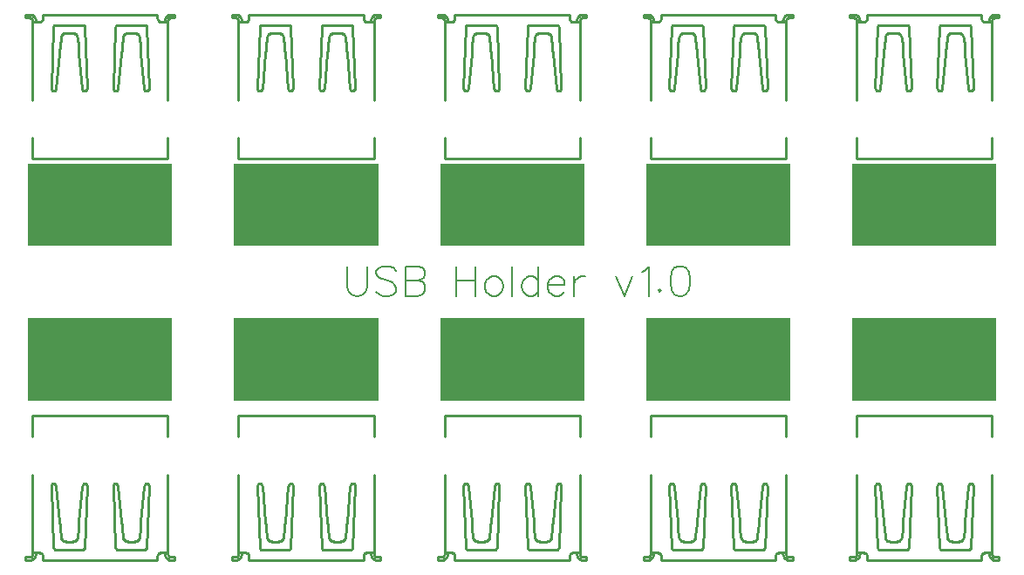
<source format=gto>
G04 Layer: TopSilkscreenLayer*
G04 EasyEDA v6.5.1, 2022-07-02 21:29:07*
G04 a67cddfb3fce44daa9051d46cbbcc19f,10*
G04 Gerber Generator version 0.2*
G04 Scale: 100 percent, Rotated: No, Reflected: No *
G04 Dimensions in millimeters *
G04 leading zeros omitted , absolute positions ,4 integer and 5 decimal *
%FSLAX45Y45*%
%MOMM*%

%ADD10C,0.2540*%
%ADD15C,0.2032*%

%LPD*%
D15*
X3399995Y2202764D02*
G01*
X3399995Y1998294D01*
X3413711Y1957400D01*
X3440889Y1929968D01*
X3481783Y1916252D01*
X3509215Y1916252D01*
X3550109Y1929968D01*
X3577287Y1957400D01*
X3591003Y1998294D01*
X3591003Y2202764D01*
X3871927Y2161870D02*
G01*
X3844495Y2189048D01*
X3803601Y2202764D01*
X3748991Y2202764D01*
X3708097Y2189048D01*
X3680919Y2161870D01*
X3680919Y2134438D01*
X3694635Y2107260D01*
X3708097Y2093544D01*
X3735529Y2080082D01*
X3817317Y2052650D01*
X3844495Y2039188D01*
X3858211Y2025472D01*
X3871927Y1998294D01*
X3871927Y1957400D01*
X3844495Y1929968D01*
X3803601Y1916252D01*
X3748991Y1916252D01*
X3708097Y1929968D01*
X3680919Y1957400D01*
X3961843Y2202764D02*
G01*
X3961843Y1916252D01*
X3961843Y2202764D02*
G01*
X4084525Y2202764D01*
X4125419Y2189048D01*
X4139135Y2175332D01*
X4152851Y2148154D01*
X4152851Y2120976D01*
X4139135Y2093544D01*
X4125419Y2080082D01*
X4084525Y2066366D01*
X3961843Y2066366D02*
G01*
X4084525Y2066366D01*
X4125419Y2052650D01*
X4139135Y2039188D01*
X4152851Y2011756D01*
X4152851Y1970862D01*
X4139135Y1943684D01*
X4125419Y1929968D01*
X4084525Y1916252D01*
X3961843Y1916252D01*
X4452825Y2202764D02*
G01*
X4452825Y1916252D01*
X4643579Y2202764D02*
G01*
X4643579Y1916252D01*
X4452825Y2066366D02*
G01*
X4643579Y2066366D01*
X4801821Y2107260D02*
G01*
X4774643Y2093544D01*
X4747211Y2066366D01*
X4733749Y2025472D01*
X4733749Y1998294D01*
X4747211Y1957400D01*
X4774643Y1929968D01*
X4801821Y1916252D01*
X4842715Y1916252D01*
X4869893Y1929968D01*
X4897325Y1957400D01*
X4910787Y1998294D01*
X4910787Y2025472D01*
X4897325Y2066366D01*
X4869893Y2093544D01*
X4842715Y2107260D01*
X4801821Y2107260D01*
X5000957Y2202764D02*
G01*
X5000957Y1916252D01*
X5254449Y2202764D02*
G01*
X5254449Y1916252D01*
X5254449Y2066366D02*
G01*
X5227271Y2093544D01*
X5200093Y2107260D01*
X5159199Y2107260D01*
X5131767Y2093544D01*
X5104589Y2066366D01*
X5090873Y2025472D01*
X5090873Y1998294D01*
X5104589Y1957400D01*
X5131767Y1929968D01*
X5159199Y1916252D01*
X5200093Y1916252D01*
X5227271Y1929968D01*
X5254449Y1957400D01*
X5344619Y2025472D02*
G01*
X5508195Y2025472D01*
X5508195Y2052650D01*
X5494479Y2080082D01*
X5481017Y2093544D01*
X5453585Y2107260D01*
X5412691Y2107260D01*
X5385513Y2093544D01*
X5358081Y2066366D01*
X5344619Y2025472D01*
X5344619Y1998294D01*
X5358081Y1957400D01*
X5385513Y1929968D01*
X5412691Y1916252D01*
X5453585Y1916252D01*
X5481017Y1929968D01*
X5508195Y1957400D01*
X5598111Y2107260D02*
G01*
X5598111Y1916252D01*
X5598111Y2025472D02*
G01*
X5611827Y2066366D01*
X5639005Y2093544D01*
X5666437Y2107260D01*
X5707331Y2107260D01*
X6007305Y2107260D02*
G01*
X6089093Y1916252D01*
X6170881Y2107260D02*
G01*
X6089093Y1916252D01*
X6260797Y2148154D02*
G01*
X6288229Y2161870D01*
X6329123Y2202764D01*
X6329123Y1916252D01*
X6432755Y1984578D02*
G01*
X6419039Y1970862D01*
X6432755Y1957400D01*
X6446471Y1970862D01*
X6432755Y1984578D01*
X6618175Y2202764D02*
G01*
X6577281Y2189048D01*
X6550103Y2148154D01*
X6536387Y2080082D01*
X6536387Y2039188D01*
X6550103Y1970862D01*
X6577281Y1929968D01*
X6618175Y1916252D01*
X6645353Y1916252D01*
X6686247Y1929968D01*
X6713679Y1970862D01*
X6727395Y2039188D01*
X6727395Y2080082D01*
X6713679Y2148154D01*
X6686247Y2189048D01*
X6645353Y2202764D01*
X6618175Y2202764D01*
G36*
X300024Y1700022D02*
G01*
X300024Y900023D01*
X1700022Y900023D01*
X1700022Y1700022D01*
G37*
G36*
X2300020Y1700022D02*
G01*
X2300020Y900023D01*
X3700018Y900023D01*
X3700018Y1700022D01*
G37*
G36*
X4300016Y1700022D02*
G01*
X4300016Y900023D01*
X5700014Y900023D01*
X5700014Y1700022D01*
G37*
G36*
X6300012Y1700022D02*
G01*
X6300012Y900023D01*
X7700009Y900023D01*
X7700009Y1700022D01*
G37*
G36*
X8300008Y1700022D02*
G01*
X8300008Y900023D01*
X9700006Y900023D01*
X9700006Y1700022D01*
G37*
G36*
X300024Y3199993D02*
G01*
X300024Y2399995D01*
X1700022Y2399995D01*
X1700022Y3199993D01*
G37*
G36*
X2300020Y3199993D02*
G01*
X2300020Y2399995D01*
X3700018Y2399995D01*
X3700018Y3199993D01*
G37*
G36*
X4300016Y3199993D02*
G01*
X4300016Y2399995D01*
X5700014Y2399995D01*
X5700014Y3199993D01*
G37*
G36*
X6300012Y3199993D02*
G01*
X6300012Y2399995D01*
X7700009Y2399995D01*
X7700009Y3199993D01*
G37*
G36*
X8300008Y3199993D02*
G01*
X8300008Y2399995D01*
X9700006Y2399995D01*
X9700006Y3199993D01*
G37*
D10*
X1656999Y549589D02*
G01*
X1656999Y749490D01*
X608853Y-311660D02*
G01*
X610174Y-325495D01*
X568713Y-549866D02*
G01*
X830569Y-549866D01*
X1556288Y-650529D02*
G01*
X1000005Y-650529D01*
X787819Y-339285D02*
G01*
X788459Y-334698D01*
X610819Y-339285D02*
G01*
X610819Y-334698D01*
X1389189Y-339285D02*
G01*
X1389829Y-334698D01*
X1212189Y-339285D02*
G01*
X1212189Y-334698D01*
X793729Y-278117D02*
G01*
X790430Y-311660D01*
X1212189Y-334698D02*
G01*
X1211544Y-325495D01*
X1389829Y-334698D02*
G01*
X1390517Y-325495D01*
X1395100Y-278117D02*
G01*
X1391800Y-311660D01*
X1206919Y-278117D02*
G01*
X1210223Y-311660D01*
X788459Y-334698D02*
G01*
X789147Y-325495D01*
X610819Y-334698D02*
G01*
X610174Y-325495D01*
X1626707Y-590006D02*
G01*
X1627817Y-601644D01*
X1631048Y-612541D01*
X1636163Y-622457D01*
X1643611Y-631883D01*
X1651982Y-639132D01*
X1662445Y-645165D01*
X1674065Y-649053D01*
X1685612Y-650511D01*
X1656999Y-590006D02*
G01*
X1657334Y-595884D01*
X1658655Y-600895D01*
X1661322Y-606247D01*
X1665038Y-610897D01*
X1669247Y-614451D01*
X1674512Y-617428D01*
X1679882Y-619287D01*
X1686107Y-620224D01*
X1586572Y-580108D02*
G01*
X1579913Y-581058D01*
X1574419Y-582787D01*
X1569953Y-585076D01*
X1565427Y-588599D01*
X1562016Y-592617D01*
X1559163Y-597776D01*
X1557355Y-603227D01*
X1556324Y-609848D01*
X1431942Y-549866D02*
G01*
X1437894Y-549183D01*
X1443804Y-546567D01*
X1447741Y-541947D01*
X1451041Y-536668D01*
X1452366Y-530760D01*
X830569Y-549866D02*
G01*
X836523Y-549183D01*
X842434Y-546567D01*
X846376Y-541947D01*
X849675Y-536668D01*
X850315Y-530760D01*
X1149687Y-530760D02*
G01*
X1150426Y-534878D01*
X1151821Y-538716D01*
X1153830Y-542157D01*
X1156416Y-545104D01*
X1159268Y-547281D01*
X1162512Y-548855D01*
X1166141Y-549742D01*
X1169743Y-549897D01*
X619389Y-429458D02*
G01*
X620864Y-437476D01*
X624060Y-445381D01*
X628690Y-452346D01*
X634550Y-458304D01*
X642010Y-463539D01*
X650369Y-467446D01*
X659343Y-469915D01*
X668657Y-470870D01*
X619389Y-429458D02*
G01*
X610819Y-339285D01*
X793729Y-278117D02*
G01*
X825342Y68638D01*
X787819Y-339285D02*
G01*
X779937Y-429458D01*
X790430Y-311660D02*
G01*
X789147Y-325495D01*
X850315Y-530760D02*
G01*
X874684Y65338D01*
X729899Y-470888D02*
G01*
X739259Y-469933D01*
X748217Y-467514D01*
X756572Y-463707D01*
X763498Y-459018D01*
X769934Y-452737D01*
X774684Y-445896D01*
X777859Y-438802D01*
X779846Y-430202D01*
X729907Y-470875D02*
G01*
X669376Y-470875D01*
X1270749Y-470875D02*
G01*
X1331272Y-470875D01*
X1270741Y-470888D02*
G01*
X1262133Y-470156D01*
X1252410Y-467682D01*
X1243995Y-463892D01*
X1236449Y-458751D01*
X1230508Y-452879D01*
X1225758Y-445996D01*
X1222441Y-438165D01*
X1220828Y-430215D01*
X1149695Y-530760D02*
G01*
X1125362Y65338D01*
X1431942Y-549866D02*
G01*
X1170084Y-549866D01*
X1656999Y-580108D02*
G01*
X1586572Y-580108D01*
X1206919Y-278117D02*
G01*
X1175354Y68638D01*
X1212189Y-339285D02*
G01*
X1220759Y-429458D01*
X1210223Y-311660D02*
G01*
X1211544Y-325495D01*
X1722107Y-620242D02*
G01*
X1686598Y-620242D01*
X1686598Y-650529D02*
G01*
X1722107Y-650529D01*
X1381307Y-429458D02*
G01*
X1379664Y-437438D01*
X1376390Y-445282D01*
X1371752Y-452208D01*
X1365935Y-458132D01*
X1358549Y-463359D01*
X1350258Y-467278D01*
X1341323Y-469803D01*
X1331996Y-470857D01*
X1395100Y-278117D02*
G01*
X1426712Y68638D01*
X1389189Y-339285D02*
G01*
X1381307Y-429458D01*
X1391800Y-311660D02*
G01*
X1390517Y-325495D01*
X1476057Y65338D02*
G01*
X1452366Y-530760D01*
X1556288Y-650529D02*
G01*
X1556288Y-610389D01*
X1626715Y-580108D02*
G01*
X1626715Y-590006D01*
X1722107Y-650529D02*
G01*
X1722107Y-620242D01*
X1476062Y65338D02*
G01*
X1474604Y74957D01*
X1470121Y82989D01*
X1462846Y88712D01*
X1458252Y90497D01*
X1453403Y91323D01*
X1448485Y91198D01*
X1443654Y90119D01*
X1436082Y85945D01*
X1430149Y78808D01*
X1426880Y69601D01*
X1175354Y68638D02*
G01*
X1171968Y78671D01*
X1166086Y85778D01*
X1157861Y90230D01*
X1148788Y91340D01*
X1139908Y89159D01*
X1132337Y83733D01*
X1127419Y75887D01*
X1125405Y66319D01*
X874684Y65338D02*
G01*
X873122Y74945D01*
X868570Y82981D01*
X861265Y88686D01*
X852540Y91216D01*
X843493Y90467D01*
X835197Y86349D01*
X829137Y79484D01*
X825510Y69601D01*
X1656999Y-590006D02*
G01*
X1656999Y179994D01*
X605553Y-278117D02*
G01*
X608853Y-311660D01*
X548317Y-530760D02*
G01*
X549142Y-535188D01*
X550580Y-538995D01*
X552645Y-542406D01*
X555053Y-545104D01*
X557898Y-547281D01*
X561146Y-548855D01*
X564769Y-549742D01*
X568378Y-549897D01*
X605553Y-278117D02*
G01*
X573984Y68638D01*
X523991Y65338D02*
G01*
X548325Y-530760D01*
X343016Y-590006D02*
G01*
X343016Y179994D01*
X373301Y-590006D02*
G01*
X372186Y-601644D01*
X368960Y-612541D01*
X363844Y-622457D01*
X356405Y-631883D01*
X348025Y-639132D01*
X337565Y-645165D01*
X325937Y-649053D01*
X314403Y-650511D01*
X343016Y-590006D02*
G01*
X342742Y-595414D01*
X341353Y-600895D01*
X338693Y-606247D01*
X334980Y-610897D01*
X330761Y-614451D01*
X325503Y-617428D01*
X320126Y-619287D01*
X313900Y-620224D01*
X413435Y-580108D02*
G01*
X420095Y-581058D01*
X425589Y-582787D01*
X430433Y-585312D01*
X434581Y-588599D01*
X437992Y-592617D01*
X440844Y-597776D01*
X442772Y-603704D01*
X443684Y-609848D01*
X343016Y-580108D02*
G01*
X413435Y-580108D01*
X277903Y-620242D02*
G01*
X313410Y-620242D01*
X313410Y-650529D02*
G01*
X277903Y-650529D01*
X443717Y-650529D02*
G01*
X443717Y-610389D01*
X373296Y-580108D02*
G01*
X373296Y-590006D01*
X277903Y-650529D02*
G01*
X277903Y-620242D01*
X443717Y-650529D02*
G01*
X1000005Y-650529D01*
X343016Y549503D02*
G01*
X343016Y749404D01*
X343016Y749490D02*
G01*
X1656999Y749490D01*
X573984Y68638D02*
G01*
X570895Y78150D01*
X565056Y85537D01*
X556788Y90131D01*
X547616Y91297D01*
X538624Y89189D01*
X530953Y83906D01*
X526011Y76339D01*
X524586Y71615D01*
X524002Y66276D01*
X3656998Y549589D02*
G01*
X3656998Y749490D01*
X2608851Y-311660D02*
G01*
X2610172Y-325495D01*
X2568712Y-549866D02*
G01*
X2830568Y-549866D01*
X3556287Y-650529D02*
G01*
X3000004Y-650529D01*
X2787817Y-339285D02*
G01*
X2788457Y-334698D01*
X2610817Y-339285D02*
G01*
X2610817Y-334698D01*
X3389188Y-339285D02*
G01*
X3389828Y-334698D01*
X3212188Y-339285D02*
G01*
X3212188Y-334698D01*
X2793728Y-278117D02*
G01*
X2790428Y-311660D01*
X3212188Y-334698D02*
G01*
X3211542Y-325495D01*
X3389828Y-334698D02*
G01*
X3390516Y-325495D01*
X3395098Y-278117D02*
G01*
X3391799Y-311660D01*
X3206917Y-278117D02*
G01*
X3210222Y-311660D01*
X2788457Y-334698D02*
G01*
X2789146Y-325495D01*
X2610817Y-334698D02*
G01*
X2610172Y-325495D01*
X3626705Y-590006D02*
G01*
X3627815Y-601644D01*
X3631046Y-612541D01*
X3636162Y-622457D01*
X3643609Y-631883D01*
X3651981Y-639132D01*
X3662443Y-645165D01*
X3674064Y-649053D01*
X3685611Y-650511D01*
X3656998Y-590006D02*
G01*
X3657333Y-595884D01*
X3658654Y-600895D01*
X3661321Y-606247D01*
X3665037Y-610897D01*
X3669245Y-614451D01*
X3674511Y-617428D01*
X3679880Y-619287D01*
X3686106Y-620224D01*
X3586571Y-580108D02*
G01*
X3579911Y-581058D01*
X3574417Y-582787D01*
X3569952Y-585076D01*
X3565425Y-588599D01*
X3562014Y-592617D01*
X3559162Y-597776D01*
X3557353Y-603227D01*
X3556322Y-609848D01*
X3431941Y-549866D02*
G01*
X3437892Y-549183D01*
X3443803Y-546567D01*
X3447740Y-541947D01*
X3451039Y-536668D01*
X3452365Y-530760D01*
X2830568Y-549866D02*
G01*
X2836522Y-549183D01*
X2842432Y-546567D01*
X2846374Y-541947D01*
X2849674Y-536668D01*
X2850314Y-530760D01*
X3149686Y-530760D02*
G01*
X3150425Y-534878D01*
X3151819Y-538716D01*
X3153829Y-542157D01*
X3156414Y-545104D01*
X3159267Y-547281D01*
X3162510Y-548855D01*
X3166140Y-549742D01*
X3169742Y-549897D01*
X2619387Y-429458D02*
G01*
X2620863Y-437476D01*
X2624058Y-445381D01*
X2628689Y-452346D01*
X2634548Y-458304D01*
X2642008Y-463539D01*
X2650368Y-467446D01*
X2659341Y-469915D01*
X2668656Y-470870D01*
X2619387Y-429458D02*
G01*
X2610817Y-339285D01*
X2793728Y-278117D02*
G01*
X2825341Y68638D01*
X2787817Y-339285D02*
G01*
X2779936Y-429458D01*
X2790428Y-311660D02*
G01*
X2789146Y-325495D01*
X2850314Y-530760D02*
G01*
X2874683Y65338D01*
X2729898Y-470888D02*
G01*
X2739257Y-469933D01*
X2748216Y-467514D01*
X2756570Y-463707D01*
X2763497Y-459018D01*
X2769933Y-452737D01*
X2774683Y-445896D01*
X2777858Y-438802D01*
X2779844Y-430202D01*
X2729905Y-470875D02*
G01*
X2669374Y-470875D01*
X3270747Y-470875D02*
G01*
X3331270Y-470875D01*
X3270740Y-470888D02*
G01*
X3262132Y-470156D01*
X3252409Y-467682D01*
X3243994Y-463892D01*
X3236447Y-458751D01*
X3230506Y-452879D01*
X3225756Y-445996D01*
X3222439Y-438165D01*
X3220826Y-430215D01*
X3149693Y-530760D02*
G01*
X3125360Y65338D01*
X3431941Y-549866D02*
G01*
X3170082Y-549866D01*
X3656998Y-580108D02*
G01*
X3586571Y-580108D01*
X3206917Y-278117D02*
G01*
X3175353Y68638D01*
X3212188Y-339285D02*
G01*
X3220758Y-429458D01*
X3210222Y-311660D02*
G01*
X3211542Y-325495D01*
X3722105Y-620242D02*
G01*
X3686596Y-620242D01*
X3686596Y-650529D02*
G01*
X3722105Y-650529D01*
X3381306Y-429458D02*
G01*
X3379663Y-437438D01*
X3376388Y-445282D01*
X3371750Y-452208D01*
X3365934Y-458132D01*
X3358548Y-463359D01*
X3350257Y-467278D01*
X3341321Y-469803D01*
X3331994Y-470857D01*
X3395098Y-278117D02*
G01*
X3426711Y68638D01*
X3389188Y-339285D02*
G01*
X3381306Y-429458D01*
X3391799Y-311660D02*
G01*
X3390516Y-325495D01*
X3476056Y65338D02*
G01*
X3452365Y-530760D01*
X3556287Y-650529D02*
G01*
X3556287Y-610389D01*
X3626713Y-580108D02*
G01*
X3626713Y-590006D01*
X3722105Y-650529D02*
G01*
X3722105Y-620242D01*
X3476061Y65338D02*
G01*
X3474603Y74957D01*
X3470120Y82989D01*
X3462845Y88712D01*
X3458250Y90497D01*
X3453401Y91323D01*
X3448484Y91198D01*
X3443653Y90119D01*
X3436081Y85945D01*
X3430148Y78808D01*
X3426879Y69601D01*
X3175353Y68638D02*
G01*
X3171967Y78671D01*
X3166084Y85778D01*
X3157860Y90230D01*
X3148787Y91340D01*
X3139907Y89159D01*
X3132335Y83733D01*
X3127418Y75887D01*
X3125403Y66319D01*
X2874683Y65338D02*
G01*
X2873120Y74945D01*
X2868569Y82981D01*
X2861264Y88686D01*
X2852539Y91216D01*
X2843491Y90467D01*
X2835196Y86349D01*
X2829135Y79484D01*
X2825508Y69601D01*
X3656998Y-590006D02*
G01*
X3656998Y179994D01*
X2605552Y-278117D02*
G01*
X2608851Y-311660D01*
X2548315Y-530760D02*
G01*
X2549141Y-535188D01*
X2550579Y-538995D01*
X2552644Y-542406D01*
X2555052Y-545104D01*
X2557896Y-547281D01*
X2561145Y-548855D01*
X2564767Y-549742D01*
X2568376Y-549897D01*
X2605552Y-278117D02*
G01*
X2573982Y68638D01*
X2523990Y65338D02*
G01*
X2548323Y-530760D01*
X2343015Y-590006D02*
G01*
X2343015Y179994D01*
X2373299Y-590006D02*
G01*
X2372184Y-601644D01*
X2368958Y-612541D01*
X2363843Y-622457D01*
X2356403Y-631883D01*
X2348024Y-639132D01*
X2337564Y-645165D01*
X2325936Y-649053D01*
X2314402Y-650511D01*
X2343015Y-590006D02*
G01*
X2342741Y-595414D01*
X2341351Y-600895D01*
X2338692Y-606247D01*
X2334978Y-610897D01*
X2330759Y-614451D01*
X2325502Y-617428D01*
X2320124Y-619287D01*
X2313899Y-620224D01*
X2413434Y-580108D02*
G01*
X2420094Y-581058D01*
X2425588Y-582787D01*
X2430432Y-585312D01*
X2434579Y-588599D01*
X2437991Y-592617D01*
X2440843Y-597776D01*
X2442771Y-603704D01*
X2443683Y-609848D01*
X2343015Y-580108D02*
G01*
X2413434Y-580108D01*
X2277902Y-620242D02*
G01*
X2313409Y-620242D01*
X2313409Y-650529D02*
G01*
X2277902Y-650529D01*
X2443716Y-650529D02*
G01*
X2443716Y-610389D01*
X2373294Y-580108D02*
G01*
X2373294Y-590006D01*
X2277902Y-650529D02*
G01*
X2277902Y-620242D01*
X2443716Y-650529D02*
G01*
X3000004Y-650529D01*
X2343015Y549503D02*
G01*
X2343015Y749404D01*
X2343015Y749490D02*
G01*
X3656998Y749490D01*
X2573982Y68638D02*
G01*
X2570894Y78150D01*
X2565054Y85537D01*
X2556786Y90131D01*
X2547614Y91297D01*
X2538623Y89189D01*
X2530952Y83906D01*
X2526009Y76339D01*
X2524584Y71615D01*
X2524000Y66276D01*
X5656999Y549589D02*
G01*
X5656999Y749490D01*
X4608852Y-311660D02*
G01*
X4610173Y-325495D01*
X4568713Y-549866D02*
G01*
X4830569Y-549866D01*
X5556288Y-650529D02*
G01*
X5000005Y-650529D01*
X4787818Y-339285D02*
G01*
X4788458Y-334698D01*
X4610818Y-339285D02*
G01*
X4610818Y-334698D01*
X5389189Y-339285D02*
G01*
X5389829Y-334698D01*
X5212189Y-339285D02*
G01*
X5212189Y-334698D01*
X4793729Y-278117D02*
G01*
X4790429Y-311660D01*
X5212189Y-334698D02*
G01*
X5211544Y-325495D01*
X5389829Y-334698D02*
G01*
X5390517Y-325495D01*
X5395099Y-278117D02*
G01*
X5391800Y-311660D01*
X5206918Y-278117D02*
G01*
X5210223Y-311660D01*
X4788458Y-334698D02*
G01*
X4789147Y-325495D01*
X4610818Y-334698D02*
G01*
X4610173Y-325495D01*
X5626707Y-590006D02*
G01*
X5627817Y-601644D01*
X5631047Y-612541D01*
X5636163Y-622457D01*
X5643610Y-631883D01*
X5651982Y-639132D01*
X5662444Y-645165D01*
X5674065Y-649053D01*
X5685612Y-650511D01*
X5656999Y-590006D02*
G01*
X5657334Y-595884D01*
X5658655Y-600895D01*
X5661322Y-606247D01*
X5665038Y-610897D01*
X5669246Y-614451D01*
X5674512Y-617428D01*
X5679881Y-619287D01*
X5686107Y-620224D01*
X5586572Y-580108D02*
G01*
X5579912Y-581058D01*
X5574418Y-582787D01*
X5569953Y-585076D01*
X5565427Y-588599D01*
X5562015Y-592617D01*
X5559163Y-597776D01*
X5557354Y-603227D01*
X5556323Y-609848D01*
X5431942Y-549866D02*
G01*
X5437893Y-549183D01*
X5443804Y-546567D01*
X5447741Y-541947D01*
X5451040Y-536668D01*
X5452366Y-530760D01*
X4830569Y-549866D02*
G01*
X4836523Y-549183D01*
X4842433Y-546567D01*
X4846375Y-541947D01*
X4849675Y-536668D01*
X4850315Y-530760D01*
X5149687Y-530760D02*
G01*
X5150426Y-534878D01*
X5151821Y-538716D01*
X5153830Y-542157D01*
X5156415Y-545104D01*
X5159268Y-547281D01*
X5162511Y-548855D01*
X5166141Y-549742D01*
X5169743Y-549897D01*
X4619388Y-429458D02*
G01*
X4620864Y-437476D01*
X4624059Y-445381D01*
X4628690Y-452346D01*
X4634550Y-458304D01*
X4642010Y-463539D01*
X4650369Y-467446D01*
X4659342Y-469915D01*
X4668657Y-470870D01*
X4619388Y-429458D02*
G01*
X4610818Y-339285D01*
X4793729Y-278117D02*
G01*
X4825342Y68638D01*
X4787818Y-339285D02*
G01*
X4779937Y-429458D01*
X4790429Y-311660D02*
G01*
X4789147Y-325495D01*
X4850315Y-530760D02*
G01*
X4874684Y65338D01*
X4729899Y-470888D02*
G01*
X4739259Y-469933D01*
X4748217Y-467514D01*
X4756571Y-463707D01*
X4763498Y-459018D01*
X4769934Y-452737D01*
X4774684Y-445896D01*
X4777859Y-438802D01*
X4779845Y-430202D01*
X4729906Y-470875D02*
G01*
X4669375Y-470875D01*
X5270748Y-470875D02*
G01*
X5331272Y-470875D01*
X5270741Y-470888D02*
G01*
X5262133Y-470156D01*
X5252410Y-467682D01*
X5243995Y-463892D01*
X5236448Y-458751D01*
X5230507Y-452879D01*
X5225757Y-445996D01*
X5222440Y-438165D01*
X5220827Y-430215D01*
X5149695Y-530760D02*
G01*
X5125361Y65338D01*
X5431942Y-549866D02*
G01*
X5170083Y-549866D01*
X5656999Y-580108D02*
G01*
X5586572Y-580108D01*
X5206918Y-278117D02*
G01*
X5175354Y68638D01*
X5212189Y-339285D02*
G01*
X5220759Y-429458D01*
X5210223Y-311660D02*
G01*
X5211544Y-325495D01*
X5722106Y-620242D02*
G01*
X5686597Y-620242D01*
X5686597Y-650529D02*
G01*
X5722106Y-650529D01*
X5381307Y-429458D02*
G01*
X5379664Y-437438D01*
X5376390Y-445282D01*
X5371752Y-452208D01*
X5365935Y-458132D01*
X5358549Y-463359D01*
X5350258Y-467278D01*
X5341322Y-469803D01*
X5331995Y-470857D01*
X5395099Y-278117D02*
G01*
X5426712Y68638D01*
X5389189Y-339285D02*
G01*
X5381307Y-429458D01*
X5391800Y-311660D02*
G01*
X5390517Y-325495D01*
X5476057Y65338D02*
G01*
X5452366Y-530760D01*
X5556288Y-650529D02*
G01*
X5556288Y-610389D01*
X5626714Y-580108D02*
G01*
X5626714Y-590006D01*
X5722106Y-650529D02*
G01*
X5722106Y-620242D01*
X5476062Y65338D02*
G01*
X5474604Y74957D01*
X5470121Y82989D01*
X5462846Y88712D01*
X5458251Y90497D01*
X5453402Y91323D01*
X5448485Y91198D01*
X5443654Y90119D01*
X5436082Y85945D01*
X5430149Y78808D01*
X5426880Y69601D01*
X5175354Y68638D02*
G01*
X5171968Y78671D01*
X5166085Y85778D01*
X5157861Y90230D01*
X5148788Y91340D01*
X5139908Y89159D01*
X5132336Y83733D01*
X5127419Y75887D01*
X5125405Y66319D01*
X4874684Y65338D02*
G01*
X4873122Y74945D01*
X4868570Y82981D01*
X4861265Y88686D01*
X4852540Y91216D01*
X4843492Y90467D01*
X4835197Y86349D01*
X4829136Y79484D01*
X4825509Y69601D01*
X5656999Y-590006D02*
G01*
X5656999Y179994D01*
X4605553Y-278117D02*
G01*
X4608852Y-311660D01*
X4548317Y-530760D02*
G01*
X4549142Y-535188D01*
X4550580Y-538995D01*
X4552645Y-542406D01*
X4555053Y-545104D01*
X4557897Y-547281D01*
X4561146Y-548855D01*
X4564768Y-549742D01*
X4568377Y-549897D01*
X4605553Y-278117D02*
G01*
X4573983Y68638D01*
X4523991Y65338D02*
G01*
X4548324Y-530760D01*
X4343016Y-590006D02*
G01*
X4343016Y179994D01*
X4373300Y-590006D02*
G01*
X4372185Y-601644D01*
X4368960Y-612541D01*
X4363844Y-622457D01*
X4356404Y-631883D01*
X4348025Y-639132D01*
X4337565Y-645165D01*
X4325937Y-649053D01*
X4314403Y-650511D01*
X4343016Y-590006D02*
G01*
X4342742Y-595414D01*
X4341352Y-600895D01*
X4338693Y-606247D01*
X4334979Y-610897D01*
X4330760Y-614451D01*
X4325503Y-617428D01*
X4320125Y-619287D01*
X4313900Y-620224D01*
X4413435Y-580108D02*
G01*
X4420095Y-581058D01*
X4425589Y-582787D01*
X4430433Y-585312D01*
X4434580Y-588599D01*
X4437992Y-592617D01*
X4440844Y-597776D01*
X4442772Y-603704D01*
X4443684Y-609848D01*
X4343016Y-580108D02*
G01*
X4413435Y-580108D01*
X4277903Y-620242D02*
G01*
X4313410Y-620242D01*
X4313410Y-650529D02*
G01*
X4277903Y-650529D01*
X4443717Y-650529D02*
G01*
X4443717Y-610389D01*
X4373295Y-580108D02*
G01*
X4373295Y-590006D01*
X4277903Y-650529D02*
G01*
X4277903Y-620242D01*
X4443717Y-650529D02*
G01*
X5000005Y-650529D01*
X4343016Y549503D02*
G01*
X4343016Y749404D01*
X4343016Y749490D02*
G01*
X5656999Y749490D01*
X4573983Y68638D02*
G01*
X4570895Y78150D01*
X4565055Y85537D01*
X4556787Y90131D01*
X4547615Y91297D01*
X4538624Y89189D01*
X4530953Y83906D01*
X4526010Y76339D01*
X4524585Y71615D01*
X4524001Y66276D01*
X7656997Y549589D02*
G01*
X7656997Y749490D01*
X6608851Y-311660D02*
G01*
X6610172Y-325495D01*
X6568711Y-549866D02*
G01*
X6830568Y-549866D01*
X7556286Y-650529D02*
G01*
X7000003Y-650529D01*
X6787817Y-339285D02*
G01*
X6788457Y-334698D01*
X6610817Y-339285D02*
G01*
X6610817Y-334698D01*
X7389187Y-339285D02*
G01*
X7389827Y-334698D01*
X7212187Y-339285D02*
G01*
X7212187Y-334698D01*
X6793727Y-278117D02*
G01*
X6790428Y-311660D01*
X7212187Y-334698D02*
G01*
X7211542Y-325495D01*
X7389827Y-334698D02*
G01*
X7390516Y-325495D01*
X7395098Y-278117D02*
G01*
X7391798Y-311660D01*
X7206917Y-278117D02*
G01*
X7210221Y-311660D01*
X6788457Y-334698D02*
G01*
X6789145Y-325495D01*
X6610817Y-334698D02*
G01*
X6610172Y-325495D01*
X7626705Y-590006D02*
G01*
X7627815Y-601644D01*
X7631046Y-612541D01*
X7636162Y-622457D01*
X7643609Y-631883D01*
X7651981Y-639132D01*
X7662443Y-645165D01*
X7674063Y-649053D01*
X7685610Y-650511D01*
X7656997Y-590006D02*
G01*
X7657332Y-595884D01*
X7658653Y-600895D01*
X7661320Y-606247D01*
X7665036Y-610897D01*
X7669245Y-614451D01*
X7674510Y-617428D01*
X7679880Y-619287D01*
X7686106Y-620224D01*
X7586571Y-580108D02*
G01*
X7579911Y-581058D01*
X7574417Y-582787D01*
X7569951Y-585076D01*
X7565425Y-588599D01*
X7562014Y-592617D01*
X7559161Y-597776D01*
X7557353Y-603227D01*
X7556322Y-609848D01*
X7431940Y-549866D02*
G01*
X7437892Y-549183D01*
X7443802Y-546567D01*
X7447739Y-541947D01*
X7451039Y-536668D01*
X7452365Y-530760D01*
X6830568Y-549866D02*
G01*
X6836521Y-549183D01*
X6842432Y-546567D01*
X6846374Y-541947D01*
X6849673Y-536668D01*
X6850313Y-530760D01*
X7149685Y-530760D02*
G01*
X7150425Y-534878D01*
X7151819Y-538716D01*
X7153828Y-542157D01*
X7156414Y-545104D01*
X7159266Y-547281D01*
X7162510Y-548855D01*
X7166140Y-549742D01*
X7169741Y-549897D01*
X6619387Y-429458D02*
G01*
X6620863Y-437476D01*
X6624058Y-445381D01*
X6628688Y-452346D01*
X6634548Y-458304D01*
X6642008Y-463539D01*
X6650367Y-467446D01*
X6659341Y-469915D01*
X6668655Y-470870D01*
X6619387Y-429458D02*
G01*
X6610817Y-339285D01*
X6793727Y-278117D02*
G01*
X6825340Y68638D01*
X6787817Y-339285D02*
G01*
X6779935Y-429458D01*
X6790428Y-311660D02*
G01*
X6789145Y-325495D01*
X6850313Y-530760D02*
G01*
X6874682Y65338D01*
X6729897Y-470888D02*
G01*
X6739257Y-469933D01*
X6748216Y-467514D01*
X6756570Y-463707D01*
X6763496Y-459018D01*
X6769933Y-452737D01*
X6774682Y-445896D01*
X6777857Y-438802D01*
X6779844Y-430202D01*
X6729905Y-470875D02*
G01*
X6669374Y-470875D01*
X7270747Y-470875D02*
G01*
X7331270Y-470875D01*
X7270739Y-470888D02*
G01*
X7262131Y-470156D01*
X7252408Y-467682D01*
X7243993Y-463892D01*
X7236447Y-458751D01*
X7230506Y-452879D01*
X7225756Y-445996D01*
X7222439Y-438165D01*
X7220826Y-430215D01*
X7149693Y-530760D02*
G01*
X7125360Y65338D01*
X7431940Y-549866D02*
G01*
X7170082Y-549866D01*
X7656997Y-580108D02*
G01*
X7586571Y-580108D01*
X7206917Y-278117D02*
G01*
X7175352Y68638D01*
X7212187Y-339285D02*
G01*
X7220757Y-429458D01*
X7210221Y-311660D02*
G01*
X7211542Y-325495D01*
X7722105Y-620242D02*
G01*
X7686596Y-620242D01*
X7686596Y-650529D02*
G01*
X7722105Y-650529D01*
X7381306Y-429458D02*
G01*
X7379662Y-437438D01*
X7376388Y-445282D01*
X7371750Y-452208D01*
X7365933Y-458132D01*
X7358547Y-463359D01*
X7350257Y-467278D01*
X7341321Y-469803D01*
X7331994Y-470857D01*
X7395098Y-278117D02*
G01*
X7426711Y68638D01*
X7389187Y-339285D02*
G01*
X7381306Y-429458D01*
X7391798Y-311660D02*
G01*
X7390516Y-325495D01*
X7476055Y65338D02*
G01*
X7452365Y-530760D01*
X7556286Y-650529D02*
G01*
X7556286Y-610389D01*
X7626713Y-580108D02*
G01*
X7626713Y-590006D01*
X7722105Y-650529D02*
G01*
X7722105Y-620242D01*
X7476060Y65338D02*
G01*
X7474602Y74957D01*
X7470119Y82989D01*
X7462845Y88712D01*
X7458250Y90497D01*
X7453401Y91323D01*
X7448483Y91198D01*
X7443652Y90119D01*
X7436081Y85945D01*
X7430147Y78808D01*
X7426878Y69601D01*
X7175352Y68638D02*
G01*
X7171966Y78671D01*
X7166084Y85778D01*
X7157859Y90230D01*
X7148786Y91340D01*
X7139906Y89159D01*
X7132335Y83733D01*
X7127417Y75887D01*
X7125403Y66319D01*
X6874682Y65338D02*
G01*
X6873120Y74945D01*
X6868568Y82981D01*
X6861263Y88686D01*
X6852538Y91216D01*
X6843491Y90467D01*
X6835195Y86349D01*
X6829135Y79484D01*
X6825508Y69601D01*
X7656997Y-590006D02*
G01*
X7656997Y179994D01*
X6605551Y-278117D02*
G01*
X6608851Y-311660D01*
X6548315Y-530760D02*
G01*
X6549141Y-535188D01*
X6550578Y-538995D01*
X6552643Y-542406D01*
X6555051Y-545104D01*
X6557896Y-547281D01*
X6561145Y-548855D01*
X6564767Y-549742D01*
X6568376Y-549897D01*
X6605551Y-278117D02*
G01*
X6573982Y68638D01*
X6523990Y65338D02*
G01*
X6548323Y-530760D01*
X6343015Y-590006D02*
G01*
X6343015Y179994D01*
X6373299Y-590006D02*
G01*
X6372184Y-601644D01*
X6368958Y-612541D01*
X6363843Y-622457D01*
X6356403Y-631883D01*
X6348023Y-639132D01*
X6337564Y-645165D01*
X6325936Y-649053D01*
X6314401Y-650511D01*
X6343015Y-590006D02*
G01*
X6342740Y-595414D01*
X6341351Y-600895D01*
X6338691Y-606247D01*
X6334978Y-610897D01*
X6330759Y-614451D01*
X6325501Y-617428D01*
X6320124Y-619287D01*
X6313898Y-620224D01*
X6413433Y-580108D02*
G01*
X6420093Y-581058D01*
X6425587Y-582787D01*
X6430431Y-585312D01*
X6434579Y-588599D01*
X6437990Y-592617D01*
X6440843Y-597776D01*
X6442770Y-603704D01*
X6443682Y-609848D01*
X6343015Y-580108D02*
G01*
X6413433Y-580108D01*
X6277902Y-620242D02*
G01*
X6313408Y-620242D01*
X6313408Y-650529D02*
G01*
X6277902Y-650529D01*
X6443715Y-650529D02*
G01*
X6443715Y-610389D01*
X6373294Y-580108D02*
G01*
X6373294Y-590006D01*
X6277902Y-650529D02*
G01*
X6277902Y-620242D01*
X6443715Y-650529D02*
G01*
X7000003Y-650529D01*
X6343015Y549503D02*
G01*
X6343015Y749404D01*
X6343015Y749490D02*
G01*
X7656997Y749490D01*
X6573982Y68638D02*
G01*
X6570893Y78150D01*
X6565054Y85537D01*
X6556786Y90131D01*
X6547614Y91297D01*
X6538622Y89189D01*
X6530952Y83906D01*
X6526009Y76339D01*
X6524584Y71615D01*
X6524000Y66276D01*
X9656998Y549589D02*
G01*
X9656998Y749490D01*
X8608852Y-311660D02*
G01*
X8610173Y-325495D01*
X8568712Y-549866D02*
G01*
X8830569Y-549866D01*
X9556287Y-650529D02*
G01*
X9000004Y-650529D01*
X8787818Y-339285D02*
G01*
X8788458Y-334698D01*
X8610818Y-339285D02*
G01*
X8610818Y-334698D01*
X9389188Y-339285D02*
G01*
X9389828Y-334698D01*
X9212188Y-339285D02*
G01*
X9212188Y-334698D01*
X8793728Y-278117D02*
G01*
X8790429Y-311660D01*
X9212188Y-334698D02*
G01*
X9211543Y-325495D01*
X9389828Y-334698D02*
G01*
X9390517Y-325495D01*
X9395099Y-278117D02*
G01*
X9391799Y-311660D01*
X9206918Y-278117D02*
G01*
X9210222Y-311660D01*
X8788458Y-334698D02*
G01*
X8789146Y-325495D01*
X8610818Y-334698D02*
G01*
X8610173Y-325495D01*
X9626706Y-590006D02*
G01*
X9627816Y-601644D01*
X9631047Y-612541D01*
X9636163Y-622457D01*
X9643610Y-631883D01*
X9651982Y-639132D01*
X9662444Y-645165D01*
X9674064Y-649053D01*
X9685611Y-650511D01*
X9656998Y-590006D02*
G01*
X9657334Y-595884D01*
X9658654Y-600895D01*
X9661321Y-606247D01*
X9665037Y-610897D01*
X9669246Y-614451D01*
X9674512Y-617428D01*
X9679881Y-619287D01*
X9686107Y-620224D01*
X9586572Y-580108D02*
G01*
X9579912Y-581058D01*
X9574418Y-582787D01*
X9569952Y-585076D01*
X9565426Y-588599D01*
X9562015Y-592617D01*
X9559163Y-597776D01*
X9557354Y-603227D01*
X9556323Y-609848D01*
X9431942Y-549866D02*
G01*
X9437893Y-549183D01*
X9443803Y-546567D01*
X9447740Y-541947D01*
X9451040Y-536668D01*
X9452366Y-530760D01*
X8830569Y-549866D02*
G01*
X8836522Y-549183D01*
X8842433Y-546567D01*
X8846375Y-541947D01*
X8849674Y-536668D01*
X8850315Y-530760D01*
X9149687Y-530760D02*
G01*
X9150426Y-534878D01*
X9151820Y-538716D01*
X9153829Y-542157D01*
X9156415Y-545104D01*
X9159267Y-547281D01*
X9162511Y-548855D01*
X9166141Y-549742D01*
X9169742Y-549897D01*
X8619388Y-429458D02*
G01*
X8620864Y-437476D01*
X8624059Y-445381D01*
X8628689Y-452346D01*
X8634549Y-458304D01*
X8642009Y-463539D01*
X8650368Y-467446D01*
X8659342Y-469915D01*
X8668656Y-470870D01*
X8619388Y-429458D02*
G01*
X8610818Y-339285D01*
X8793728Y-278117D02*
G01*
X8825341Y68638D01*
X8787818Y-339285D02*
G01*
X8779936Y-429458D01*
X8790429Y-311660D02*
G01*
X8789146Y-325495D01*
X8850315Y-530760D02*
G01*
X8874683Y65338D01*
X8729898Y-470888D02*
G01*
X8739258Y-469933D01*
X8748217Y-467514D01*
X8756571Y-463707D01*
X8763497Y-459018D01*
X8769934Y-452737D01*
X8774684Y-445896D01*
X8777859Y-438802D01*
X8779845Y-430202D01*
X8729906Y-470875D02*
G01*
X8669375Y-470875D01*
X9270748Y-470875D02*
G01*
X9331271Y-470875D01*
X9270740Y-470888D02*
G01*
X9262132Y-470156D01*
X9252409Y-467682D01*
X9243994Y-463892D01*
X9236448Y-458751D01*
X9230507Y-452879D01*
X9225757Y-445996D01*
X9222440Y-438165D01*
X9220827Y-430215D01*
X9149694Y-530760D02*
G01*
X9125361Y65338D01*
X9431942Y-549866D02*
G01*
X9170083Y-549866D01*
X9656998Y-580108D02*
G01*
X9586572Y-580108D01*
X9206918Y-278117D02*
G01*
X9175353Y68638D01*
X9212188Y-339285D02*
G01*
X9220758Y-429458D01*
X9210222Y-311660D02*
G01*
X9211543Y-325495D01*
X9722106Y-620242D02*
G01*
X9686597Y-620242D01*
X9686597Y-650529D02*
G01*
X9722106Y-650529D01*
X9381307Y-429458D02*
G01*
X9379663Y-437438D01*
X9376389Y-445282D01*
X9371751Y-452208D01*
X9365935Y-458132D01*
X9358548Y-463359D01*
X9350258Y-467278D01*
X9341322Y-469803D01*
X9331995Y-470857D01*
X9395099Y-278117D02*
G01*
X9426712Y68638D01*
X9389188Y-339285D02*
G01*
X9381307Y-429458D01*
X9391799Y-311660D02*
G01*
X9390517Y-325495D01*
X9476056Y65338D02*
G01*
X9452366Y-530760D01*
X9556287Y-650529D02*
G01*
X9556287Y-610389D01*
X9626714Y-580108D02*
G01*
X9626714Y-590006D01*
X9722106Y-650529D02*
G01*
X9722106Y-620242D01*
X9476061Y65338D02*
G01*
X9474603Y74957D01*
X9470120Y82989D01*
X9462846Y88712D01*
X9458251Y90497D01*
X9453402Y91323D01*
X9448485Y91198D01*
X9443653Y90119D01*
X9436082Y85945D01*
X9430148Y78808D01*
X9426879Y69601D01*
X9175353Y68638D02*
G01*
X9171967Y78671D01*
X9166085Y85778D01*
X9157860Y90230D01*
X9148787Y91340D01*
X9139908Y89159D01*
X9132336Y83733D01*
X9127418Y75887D01*
X9125404Y66319D01*
X8874683Y65338D02*
G01*
X8873121Y74945D01*
X8868570Y82981D01*
X8861264Y88686D01*
X8852540Y91216D01*
X8843492Y90467D01*
X8835196Y86349D01*
X8829136Y79484D01*
X8825509Y69601D01*
X9656998Y-590006D02*
G01*
X9656998Y179994D01*
X8605553Y-278117D02*
G01*
X8608852Y-311660D01*
X8548316Y-530760D02*
G01*
X8549142Y-535188D01*
X8550579Y-538995D01*
X8552644Y-542406D01*
X8555052Y-545104D01*
X8557897Y-547281D01*
X8561146Y-548855D01*
X8564768Y-549742D01*
X8568377Y-549897D01*
X8605553Y-278117D02*
G01*
X8573983Y68638D01*
X8523991Y65338D02*
G01*
X8548324Y-530760D01*
X8343016Y-590006D02*
G01*
X8343016Y179994D01*
X8373300Y-590006D02*
G01*
X8372185Y-601644D01*
X8368959Y-612541D01*
X8363844Y-622457D01*
X8356404Y-631883D01*
X8348024Y-639132D01*
X8337565Y-645165D01*
X8325937Y-649053D01*
X8314402Y-650511D01*
X8343016Y-590006D02*
G01*
X8342741Y-595414D01*
X8341352Y-600895D01*
X8338693Y-606247D01*
X8334979Y-610897D01*
X8330760Y-614451D01*
X8325502Y-617428D01*
X8320125Y-619287D01*
X8313900Y-620224D01*
X8413435Y-580108D02*
G01*
X8420094Y-581058D01*
X8425588Y-582787D01*
X8430432Y-585312D01*
X8434580Y-588599D01*
X8437991Y-592617D01*
X8440844Y-597776D01*
X8442772Y-603704D01*
X8443683Y-609848D01*
X8343016Y-580108D02*
G01*
X8413435Y-580108D01*
X8277903Y-620242D02*
G01*
X8313409Y-620242D01*
X8313409Y-650529D02*
G01*
X8277903Y-650529D01*
X8443716Y-650529D02*
G01*
X8443716Y-610389D01*
X8373295Y-580108D02*
G01*
X8373295Y-590006D01*
X8277903Y-650529D02*
G01*
X8277903Y-620242D01*
X8443716Y-650529D02*
G01*
X9000004Y-650529D01*
X8343016Y549503D02*
G01*
X8343016Y749404D01*
X8343016Y749490D02*
G01*
X9656998Y749490D01*
X8573983Y68638D02*
G01*
X8570894Y78150D01*
X8565055Y85537D01*
X8556787Y90131D01*
X8547615Y91297D01*
X8538624Y89189D01*
X8530953Y83906D01*
X8526010Y76339D01*
X8524585Y71615D01*
X8524001Y66276D01*
X343001Y3450409D02*
G01*
X343001Y3250509D01*
X1391147Y4311660D02*
G01*
X1389827Y4325495D01*
X1431287Y4549866D02*
G01*
X1169431Y4549866D01*
X443712Y4650529D02*
G01*
X999995Y4650529D01*
X1212181Y4339285D02*
G01*
X1211541Y4334697D01*
X1389181Y4339285D02*
G01*
X1389181Y4334697D01*
X610811Y4339285D02*
G01*
X610171Y4334697D01*
X787811Y4339285D02*
G01*
X787811Y4334697D01*
X1206271Y4278116D02*
G01*
X1209570Y4311660D01*
X787811Y4334697D02*
G01*
X788456Y4325495D01*
X610171Y4334697D02*
G01*
X609483Y4325495D01*
X604901Y4278116D02*
G01*
X608200Y4311660D01*
X793081Y4278116D02*
G01*
X789777Y4311660D01*
X1211541Y4334697D02*
G01*
X1210853Y4325495D01*
X1389181Y4334697D02*
G01*
X1389827Y4325495D01*
X373293Y4590006D02*
G01*
X372183Y4601644D01*
X368952Y4612540D01*
X363837Y4622457D01*
X356389Y4631883D01*
X348018Y4639132D01*
X337555Y4645164D01*
X325935Y4649053D01*
X314388Y4650511D01*
X343001Y4590006D02*
G01*
X342666Y4595883D01*
X341345Y4600895D01*
X338678Y4606246D01*
X334962Y4610897D01*
X330753Y4614451D01*
X325488Y4617427D01*
X320118Y4619287D01*
X313893Y4620224D01*
X413428Y4580107D02*
G01*
X420088Y4581057D01*
X425582Y4582787D01*
X430047Y4585075D01*
X434573Y4588598D01*
X437984Y4592617D01*
X440837Y4597775D01*
X442645Y4603226D01*
X443677Y4609848D01*
X568058Y4549866D02*
G01*
X562107Y4549183D01*
X556196Y4546566D01*
X552259Y4541946D01*
X548960Y4536668D01*
X547634Y4530760D01*
X1169431Y4549866D02*
G01*
X1163477Y4549183D01*
X1157566Y4546566D01*
X1153624Y4541946D01*
X1150325Y4536668D01*
X1149685Y4530760D01*
X850313Y4530760D02*
G01*
X849574Y4534877D01*
X848179Y4538715D01*
X846170Y4542157D01*
X843584Y4545103D01*
X840732Y4547280D01*
X837488Y4548855D01*
X833859Y4549741D01*
X830257Y4549896D01*
X1380611Y4429457D02*
G01*
X1379136Y4437476D01*
X1375940Y4445380D01*
X1371310Y4452345D01*
X1365450Y4458304D01*
X1357990Y4463539D01*
X1349631Y4467445D01*
X1340657Y4469914D01*
X1331343Y4470869D01*
X1380611Y4429457D02*
G01*
X1389181Y4339285D01*
X1206271Y4278116D02*
G01*
X1174658Y3931361D01*
X1212181Y4339285D02*
G01*
X1220063Y4429457D01*
X1209570Y4311660D02*
G01*
X1210853Y4325495D01*
X1149685Y4530760D02*
G01*
X1125316Y3934660D01*
X1270101Y4470887D02*
G01*
X1260741Y4469932D01*
X1251783Y4467514D01*
X1243429Y4463707D01*
X1236502Y4459018D01*
X1230066Y4452736D01*
X1225316Y4445896D01*
X1222141Y4438802D01*
X1220155Y4430201D01*
X1270093Y4470874D02*
G01*
X1330624Y4470874D01*
X729251Y4470874D02*
G01*
X668728Y4470874D01*
X729259Y4470887D02*
G01*
X737867Y4470156D01*
X747590Y4467682D01*
X756005Y4463892D01*
X763551Y4458751D01*
X769493Y4452879D01*
X774242Y4445995D01*
X777560Y4438164D01*
X779172Y4430214D01*
X850305Y4530760D02*
G01*
X874638Y3934660D01*
X568058Y4549866D02*
G01*
X829917Y4549866D01*
X343001Y4580107D02*
G01*
X413428Y4580107D01*
X793081Y4278116D02*
G01*
X824646Y3931361D01*
X787811Y4339285D02*
G01*
X779241Y4429457D01*
X789777Y4311660D02*
G01*
X788456Y4325495D01*
X277893Y4620242D02*
G01*
X313402Y4620242D01*
X313402Y4650529D02*
G01*
X277893Y4650529D01*
X618693Y4429457D02*
G01*
X620336Y4437438D01*
X623610Y4445281D01*
X628248Y4452208D01*
X634065Y4458131D01*
X641451Y4463359D01*
X649742Y4467278D01*
X658677Y4469803D01*
X668004Y4470857D01*
X604901Y4278116D02*
G01*
X573288Y3931361D01*
X610811Y4339285D02*
G01*
X618693Y4429457D01*
X608200Y4311660D02*
G01*
X609483Y4325495D01*
X523943Y3934660D02*
G01*
X547634Y4530760D01*
X443712Y4650529D02*
G01*
X443712Y4610389D01*
X373286Y4580107D02*
G01*
X373286Y4590006D01*
X277893Y4650529D02*
G01*
X277893Y4620242D01*
X523938Y3934660D02*
G01*
X525396Y3925041D01*
X529879Y3917010D01*
X537154Y3911287D01*
X541748Y3909501D01*
X546597Y3908676D01*
X551515Y3908800D01*
X556346Y3909880D01*
X563918Y3914053D01*
X569851Y3921191D01*
X573120Y3930398D01*
X824646Y3931361D02*
G01*
X828032Y3921328D01*
X833915Y3914221D01*
X842139Y3909768D01*
X851212Y3908658D01*
X860092Y3910840D01*
X867663Y3916265D01*
X872581Y3924112D01*
X874595Y3933680D01*
X1125316Y3934660D02*
G01*
X1126878Y3925054D01*
X1131430Y3917017D01*
X1138735Y3911312D01*
X1147460Y3908783D01*
X1156507Y3909532D01*
X1164803Y3913649D01*
X1170863Y3920515D01*
X1174490Y3930398D01*
X343001Y4590006D02*
G01*
X343001Y3820005D01*
X1394447Y4278116D02*
G01*
X1391147Y4311660D01*
X1451683Y4530760D02*
G01*
X1450858Y4535187D01*
X1449420Y4538995D01*
X1447355Y4542406D01*
X1444947Y4545103D01*
X1442102Y4547280D01*
X1438854Y4548855D01*
X1435232Y4549741D01*
X1431622Y4549896D01*
X1394447Y4278116D02*
G01*
X1426016Y3931361D01*
X1476009Y3934660D02*
G01*
X1451676Y4530760D01*
X1656984Y4590006D02*
G01*
X1656984Y3820005D01*
X1626699Y4590006D02*
G01*
X1627814Y4601644D01*
X1631040Y4612540D01*
X1636156Y4622457D01*
X1643595Y4631883D01*
X1651975Y4639132D01*
X1662435Y4645164D01*
X1674063Y4649053D01*
X1685597Y4650511D01*
X1656984Y4590006D02*
G01*
X1657258Y4595413D01*
X1658647Y4600895D01*
X1661307Y4606246D01*
X1665020Y4610897D01*
X1669239Y4614451D01*
X1674497Y4617427D01*
X1679874Y4619287D01*
X1686100Y4620224D01*
X1586565Y4580107D02*
G01*
X1579905Y4581057D01*
X1574411Y4582787D01*
X1569567Y4585312D01*
X1565419Y4588598D01*
X1562008Y4592617D01*
X1559156Y4597775D01*
X1557228Y4603704D01*
X1556316Y4609848D01*
X1656984Y4580107D02*
G01*
X1586565Y4580107D01*
X1722097Y4620242D02*
G01*
X1686590Y4620242D01*
X1686590Y4650529D02*
G01*
X1722097Y4650529D01*
X1556283Y4650529D02*
G01*
X1556283Y4610389D01*
X1626704Y4580107D02*
G01*
X1626704Y4590006D01*
X1722097Y4650529D02*
G01*
X1722097Y4620242D01*
X1556283Y4650529D02*
G01*
X999995Y4650529D01*
X1656984Y3450496D02*
G01*
X1656984Y3250595D01*
X1656984Y3250509D02*
G01*
X343001Y3250509D01*
X1426016Y3931361D02*
G01*
X1429105Y3921848D01*
X1434945Y3914462D01*
X1443212Y3909867D01*
X1452384Y3908701D01*
X1461376Y3910810D01*
X1469047Y3916093D01*
X1473989Y3923659D01*
X1475414Y3928384D01*
X1475999Y3933723D01*
X2343000Y3450409D02*
G01*
X2343000Y3250509D01*
X3391146Y4311660D02*
G01*
X3389825Y4325495D01*
X3431286Y4549866D02*
G01*
X3169429Y4549866D01*
X2443711Y4650529D02*
G01*
X2999993Y4650529D01*
X3212180Y4339285D02*
G01*
X3211540Y4334697D01*
X3389180Y4339285D02*
G01*
X3389180Y4334697D01*
X2610810Y4339285D02*
G01*
X2610170Y4334697D01*
X2787810Y4339285D02*
G01*
X2787810Y4334697D01*
X3206269Y4278116D02*
G01*
X3209569Y4311660D01*
X2787810Y4334697D02*
G01*
X2788455Y4325495D01*
X2610170Y4334697D02*
G01*
X2609481Y4325495D01*
X2604899Y4278116D02*
G01*
X2608199Y4311660D01*
X2793080Y4278116D02*
G01*
X2789775Y4311660D01*
X3211540Y4334697D02*
G01*
X3210852Y4325495D01*
X3389180Y4334697D02*
G01*
X3389825Y4325495D01*
X2373292Y4590006D02*
G01*
X2372182Y4601644D01*
X2368951Y4612540D01*
X2363835Y4622457D01*
X2356388Y4631883D01*
X2348016Y4639132D01*
X2337554Y4645164D01*
X2325933Y4649053D01*
X2314387Y4650511D01*
X2343000Y4590006D02*
G01*
X2342664Y4595883D01*
X2341344Y4600895D01*
X2338677Y4606246D01*
X2334961Y4610897D01*
X2330752Y4614451D01*
X2325486Y4617427D01*
X2320117Y4619287D01*
X2313891Y4620224D01*
X2413426Y4580107D02*
G01*
X2420086Y4581057D01*
X2425580Y4582787D01*
X2430045Y4585075D01*
X2434572Y4588598D01*
X2437983Y4592617D01*
X2440835Y4597775D01*
X2442644Y4603226D01*
X2443675Y4609848D01*
X2568056Y4549866D02*
G01*
X2562105Y4549183D01*
X2556195Y4546566D01*
X2552258Y4541946D01*
X2548958Y4536668D01*
X2547632Y4530760D01*
X3169429Y4549866D02*
G01*
X3163476Y4549183D01*
X3157565Y4546566D01*
X3153623Y4541946D01*
X3150323Y4536668D01*
X3149683Y4530760D01*
X2850311Y4530760D02*
G01*
X2849572Y4534877D01*
X2848178Y4538715D01*
X2846169Y4542157D01*
X2843583Y4545103D01*
X2840730Y4547280D01*
X2837487Y4548855D01*
X2833857Y4549741D01*
X2830255Y4549896D01*
X3380610Y4429457D02*
G01*
X3379134Y4437476D01*
X3375939Y4445380D01*
X3371308Y4452345D01*
X3365449Y4458304D01*
X3357989Y4463539D01*
X3349630Y4467445D01*
X3340656Y4469914D01*
X3331342Y4470869D01*
X3380610Y4429457D02*
G01*
X3389180Y4339285D01*
X3206269Y4278116D02*
G01*
X3174657Y3931361D01*
X3212180Y4339285D02*
G01*
X3220062Y4429457D01*
X3209569Y4311660D02*
G01*
X3210852Y4325495D01*
X3149683Y4530760D02*
G01*
X3125315Y3934660D01*
X3270100Y4470887D02*
G01*
X3260740Y4469932D01*
X3251781Y4467514D01*
X3243427Y4463707D01*
X3236501Y4459018D01*
X3230064Y4452736D01*
X3225314Y4445896D01*
X3222139Y4438802D01*
X3220153Y4430201D01*
X3270092Y4470874D02*
G01*
X3330623Y4470874D01*
X2729250Y4470874D02*
G01*
X2668727Y4470874D01*
X2729257Y4470887D02*
G01*
X2737865Y4470156D01*
X2747589Y4467682D01*
X2756004Y4463892D01*
X2763550Y4458751D01*
X2769491Y4452879D01*
X2774241Y4445995D01*
X2777558Y4438164D01*
X2779171Y4430214D01*
X2850304Y4530760D02*
G01*
X2874637Y3934660D01*
X2568056Y4549866D02*
G01*
X2829915Y4549866D01*
X2343000Y4580107D02*
G01*
X2413426Y4580107D01*
X2793080Y4278116D02*
G01*
X2824645Y3931361D01*
X2787810Y4339285D02*
G01*
X2779240Y4429457D01*
X2789775Y4311660D02*
G01*
X2788455Y4325495D01*
X2277892Y4620242D02*
G01*
X2313401Y4620242D01*
X2313401Y4650529D02*
G01*
X2277892Y4650529D01*
X2618691Y4429457D02*
G01*
X2620335Y4437438D01*
X2623609Y4445281D01*
X2628247Y4452208D01*
X2634063Y4458131D01*
X2641450Y4463359D01*
X2649740Y4467278D01*
X2658676Y4469803D01*
X2668003Y4470857D01*
X2604899Y4278116D02*
G01*
X2573286Y3931361D01*
X2610810Y4339285D02*
G01*
X2618691Y4429457D01*
X2608199Y4311660D02*
G01*
X2609481Y4325495D01*
X2523942Y3934660D02*
G01*
X2547632Y4530760D01*
X2443711Y4650529D02*
G01*
X2443711Y4610389D01*
X2373284Y4580107D02*
G01*
X2373284Y4590006D01*
X2277892Y4650529D02*
G01*
X2277892Y4620242D01*
X2523937Y3934660D02*
G01*
X2525395Y3925041D01*
X2529878Y3917010D01*
X2537152Y3911287D01*
X2541747Y3909501D01*
X2546596Y3908676D01*
X2551513Y3908800D01*
X2556344Y3909880D01*
X2563916Y3914053D01*
X2569850Y3921191D01*
X2573119Y3930398D01*
X2824645Y3931361D02*
G01*
X2828030Y3921328D01*
X2833913Y3914221D01*
X2842138Y3909768D01*
X2851210Y3908658D01*
X2860090Y3910840D01*
X2867662Y3916265D01*
X2872579Y3924112D01*
X2874594Y3933680D01*
X3125315Y3934660D02*
G01*
X3126877Y3925054D01*
X3131428Y3917017D01*
X3138733Y3911312D01*
X3147458Y3908783D01*
X3156506Y3909532D01*
X3164801Y3913649D01*
X3170862Y3920515D01*
X3174489Y3930398D01*
X2343000Y4590006D02*
G01*
X2343000Y3820005D01*
X3394445Y4278116D02*
G01*
X3391146Y4311660D01*
X3451682Y4530760D02*
G01*
X3450856Y4535187D01*
X3449419Y4538995D01*
X3447354Y4542406D01*
X3444946Y4545103D01*
X3442101Y4547280D01*
X3438852Y4548855D01*
X3435230Y4549741D01*
X3431621Y4549896D01*
X3394445Y4278116D02*
G01*
X3426015Y3931361D01*
X3476007Y3934660D02*
G01*
X3451674Y4530760D01*
X3656982Y4590006D02*
G01*
X3656982Y3820005D01*
X3626698Y4590006D02*
G01*
X3627813Y4601644D01*
X3631039Y4612540D01*
X3636154Y4622457D01*
X3643594Y4631883D01*
X3651973Y4639132D01*
X3662433Y4645164D01*
X3674061Y4649053D01*
X3685595Y4650511D01*
X3656982Y4590006D02*
G01*
X3657257Y4595413D01*
X3658646Y4600895D01*
X3661305Y4606246D01*
X3665019Y4610897D01*
X3669238Y4614451D01*
X3674496Y4617427D01*
X3679873Y4619287D01*
X3686098Y4620224D01*
X3586563Y4580107D02*
G01*
X3579903Y4581057D01*
X3574409Y4582787D01*
X3569566Y4585312D01*
X3565418Y4588598D01*
X3562007Y4592617D01*
X3559154Y4597775D01*
X3557226Y4603704D01*
X3556314Y4609848D01*
X3656982Y4580107D02*
G01*
X3586563Y4580107D01*
X3722095Y4620242D02*
G01*
X3686589Y4620242D01*
X3686589Y4650529D02*
G01*
X3722095Y4650529D01*
X3556281Y4650529D02*
G01*
X3556281Y4610389D01*
X3626703Y4580107D02*
G01*
X3626703Y4590006D01*
X3722095Y4650529D02*
G01*
X3722095Y4620242D01*
X3556281Y4650529D02*
G01*
X2999993Y4650529D01*
X3656982Y3450496D02*
G01*
X3656982Y3250595D01*
X3656982Y3250509D02*
G01*
X2343000Y3250509D01*
X3426015Y3931361D02*
G01*
X3429104Y3921848D01*
X3434943Y3914462D01*
X3443211Y3909867D01*
X3452383Y3908701D01*
X3461374Y3910810D01*
X3469045Y3916093D01*
X3473988Y3923659D01*
X3475413Y3928384D01*
X3475997Y3933723D01*
X4343001Y3450409D02*
G01*
X4343001Y3250509D01*
X5391147Y4311660D02*
G01*
X5389826Y4325495D01*
X5431287Y4549866D02*
G01*
X5169430Y4549866D01*
X4443712Y4650529D02*
G01*
X4999995Y4650529D01*
X5212181Y4339285D02*
G01*
X5211541Y4334697D01*
X5389181Y4339285D02*
G01*
X5389181Y4334697D01*
X4610811Y4339285D02*
G01*
X4610171Y4334697D01*
X4787811Y4339285D02*
G01*
X4787811Y4334697D01*
X5206271Y4278116D02*
G01*
X5209570Y4311660D01*
X4787811Y4334697D02*
G01*
X4788456Y4325495D01*
X4610171Y4334697D02*
G01*
X4609482Y4325495D01*
X4604900Y4278116D02*
G01*
X4608200Y4311660D01*
X4793081Y4278116D02*
G01*
X4789777Y4311660D01*
X5211541Y4334697D02*
G01*
X5210853Y4325495D01*
X5389181Y4334697D02*
G01*
X5389826Y4325495D01*
X4373293Y4590006D02*
G01*
X4372183Y4601644D01*
X4368952Y4612540D01*
X4363836Y4622457D01*
X4356389Y4631883D01*
X4348017Y4639132D01*
X4337555Y4645164D01*
X4325934Y4649053D01*
X4314388Y4650511D01*
X4343001Y4590006D02*
G01*
X4342665Y4595883D01*
X4341345Y4600895D01*
X4338678Y4606246D01*
X4334962Y4610897D01*
X4330753Y4614451D01*
X4325487Y4617427D01*
X4320118Y4619287D01*
X4313892Y4620224D01*
X4413427Y4580107D02*
G01*
X4420087Y4581057D01*
X4425581Y4582787D01*
X4430047Y4585075D01*
X4434573Y4588598D01*
X4437984Y4592617D01*
X4440836Y4597775D01*
X4442645Y4603226D01*
X4443676Y4609848D01*
X4568057Y4549866D02*
G01*
X4562106Y4549183D01*
X4556196Y4546566D01*
X4552259Y4541946D01*
X4548959Y4536668D01*
X4547633Y4530760D01*
X5169430Y4549866D02*
G01*
X5163477Y4549183D01*
X5157566Y4546566D01*
X5153624Y4541946D01*
X5150324Y4536668D01*
X5149684Y4530760D01*
X4850312Y4530760D02*
G01*
X4849573Y4534877D01*
X4848179Y4538715D01*
X4846170Y4542157D01*
X4843584Y4545103D01*
X4840731Y4547280D01*
X4837488Y4548855D01*
X4833858Y4549741D01*
X4830257Y4549896D01*
X5380611Y4429457D02*
G01*
X5379135Y4437476D01*
X5375940Y4445380D01*
X5371310Y4452345D01*
X5365450Y4458304D01*
X5357990Y4463539D01*
X5349631Y4467445D01*
X5340657Y4469914D01*
X5331343Y4470869D01*
X5380611Y4429457D02*
G01*
X5389181Y4339285D01*
X5206271Y4278116D02*
G01*
X5174658Y3931361D01*
X5212181Y4339285D02*
G01*
X5220063Y4429457D01*
X5209570Y4311660D02*
G01*
X5210853Y4325495D01*
X5149684Y4530760D02*
G01*
X5125316Y3934660D01*
X5270101Y4470887D02*
G01*
X5260741Y4469932D01*
X5251782Y4467514D01*
X5243428Y4463707D01*
X5236502Y4459018D01*
X5230065Y4452736D01*
X5225315Y4445896D01*
X5222140Y4438802D01*
X5220154Y4430201D01*
X5270093Y4470874D02*
G01*
X5330624Y4470874D01*
X4729251Y4470874D02*
G01*
X4668728Y4470874D01*
X4729259Y4470887D02*
G01*
X4737867Y4470156D01*
X4747590Y4467682D01*
X4756005Y4463892D01*
X4763551Y4458751D01*
X4769492Y4452879D01*
X4774242Y4445995D01*
X4777559Y4438164D01*
X4779172Y4430214D01*
X4850305Y4530760D02*
G01*
X4874638Y3934660D01*
X4568057Y4549866D02*
G01*
X4829916Y4549866D01*
X4343001Y4580107D02*
G01*
X4413427Y4580107D01*
X4793081Y4278116D02*
G01*
X4824646Y3931361D01*
X4787811Y4339285D02*
G01*
X4779241Y4429457D01*
X4789777Y4311660D02*
G01*
X4788456Y4325495D01*
X4277893Y4620242D02*
G01*
X4313402Y4620242D01*
X4313402Y4650529D02*
G01*
X4277893Y4650529D01*
X4618692Y4429457D02*
G01*
X4620336Y4437438D01*
X4623610Y4445281D01*
X4628248Y4452208D01*
X4634064Y4458131D01*
X4641451Y4463359D01*
X4649741Y4467278D01*
X4658677Y4469803D01*
X4668004Y4470857D01*
X4604900Y4278116D02*
G01*
X4573287Y3931361D01*
X4610811Y4339285D02*
G01*
X4618692Y4429457D01*
X4608200Y4311660D02*
G01*
X4609482Y4325495D01*
X4523943Y3934660D02*
G01*
X4547633Y4530760D01*
X4443712Y4650529D02*
G01*
X4443712Y4610389D01*
X4373285Y4580107D02*
G01*
X4373285Y4590006D01*
X4277893Y4650529D02*
G01*
X4277893Y4620242D01*
X4523938Y3934660D02*
G01*
X4525396Y3925041D01*
X4529879Y3917010D01*
X4537153Y3911287D01*
X4541748Y3909501D01*
X4546597Y3908676D01*
X4551514Y3908800D01*
X4556345Y3909880D01*
X4563917Y3914053D01*
X4569851Y3921191D01*
X4573120Y3930398D01*
X4824646Y3931361D02*
G01*
X4828031Y3921328D01*
X4833914Y3914221D01*
X4842139Y3909768D01*
X4851212Y3908658D01*
X4860091Y3910840D01*
X4867663Y3916265D01*
X4872581Y3924112D01*
X4874595Y3933680D01*
X5125316Y3934660D02*
G01*
X5126878Y3925054D01*
X5131429Y3917017D01*
X5138734Y3911312D01*
X5147459Y3908783D01*
X5156507Y3909532D01*
X5164802Y3913649D01*
X5170863Y3920515D01*
X5174490Y3930398D01*
X4343001Y4590006D02*
G01*
X4343001Y3820005D01*
X5394446Y4278116D02*
G01*
X5391147Y4311660D01*
X5451683Y4530760D02*
G01*
X5450857Y4535187D01*
X5449420Y4538995D01*
X5447355Y4542406D01*
X5444947Y4545103D01*
X5442102Y4547280D01*
X5438853Y4548855D01*
X5435231Y4549741D01*
X5431622Y4549896D01*
X5394446Y4278116D02*
G01*
X5426016Y3931361D01*
X5476008Y3934660D02*
G01*
X5451675Y4530760D01*
X5656983Y4590006D02*
G01*
X5656983Y3820005D01*
X5626699Y4590006D02*
G01*
X5627814Y4601644D01*
X5631040Y4612540D01*
X5636155Y4622457D01*
X5643595Y4631883D01*
X5651974Y4639132D01*
X5662434Y4645164D01*
X5674062Y4649053D01*
X5685596Y4650511D01*
X5656983Y4590006D02*
G01*
X5657258Y4595413D01*
X5658647Y4600895D01*
X5661306Y4606246D01*
X5665020Y4610897D01*
X5669239Y4614451D01*
X5674497Y4617427D01*
X5679874Y4619287D01*
X5686099Y4620224D01*
X5586564Y4580107D02*
G01*
X5579905Y4581057D01*
X5574411Y4582787D01*
X5569567Y4585312D01*
X5565419Y4588598D01*
X5562008Y4592617D01*
X5559155Y4597775D01*
X5557227Y4603704D01*
X5556316Y4609848D01*
X5656983Y4580107D02*
G01*
X5586564Y4580107D01*
X5722096Y4620242D02*
G01*
X5686590Y4620242D01*
X5686590Y4650529D02*
G01*
X5722096Y4650529D01*
X5556283Y4650529D02*
G01*
X5556283Y4610389D01*
X5626704Y4580107D02*
G01*
X5626704Y4590006D01*
X5722096Y4650529D02*
G01*
X5722096Y4620242D01*
X5556283Y4650529D02*
G01*
X4999995Y4650529D01*
X5656983Y3450496D02*
G01*
X5656983Y3250595D01*
X5656983Y3250509D02*
G01*
X4343001Y3250509D01*
X5426016Y3931361D02*
G01*
X5429105Y3921848D01*
X5434944Y3914462D01*
X5443212Y3909867D01*
X5452384Y3908701D01*
X5461375Y3910810D01*
X5469046Y3916093D01*
X5473989Y3923659D01*
X5475414Y3928384D01*
X5475998Y3933723D01*
X6342999Y3450409D02*
G01*
X6342999Y3250509D01*
X7391145Y4311660D02*
G01*
X7389825Y4325495D01*
X7431285Y4549866D02*
G01*
X7169429Y4549866D01*
X6443710Y4650529D02*
G01*
X6999993Y4650529D01*
X7212180Y4339285D02*
G01*
X7211540Y4334697D01*
X7389180Y4339285D02*
G01*
X7389180Y4334697D01*
X6610809Y4339285D02*
G01*
X6610169Y4334697D01*
X6787809Y4339285D02*
G01*
X6787809Y4334697D01*
X7206269Y4278116D02*
G01*
X7209569Y4311660D01*
X6787809Y4334697D02*
G01*
X6788454Y4325495D01*
X6610169Y4334697D02*
G01*
X6609481Y4325495D01*
X6604899Y4278116D02*
G01*
X6608198Y4311660D01*
X6793080Y4278116D02*
G01*
X6789775Y4311660D01*
X7211540Y4334697D02*
G01*
X7210851Y4325495D01*
X7389180Y4334697D02*
G01*
X7389825Y4325495D01*
X6373291Y4590006D02*
G01*
X6372181Y4601644D01*
X6368950Y4612540D01*
X6363835Y4622457D01*
X6356388Y4631883D01*
X6348016Y4639132D01*
X6337554Y4645164D01*
X6325933Y4649053D01*
X6314386Y4650511D01*
X6342999Y4590006D02*
G01*
X6342664Y4595883D01*
X6341343Y4600895D01*
X6338676Y4606246D01*
X6334960Y4610897D01*
X6330751Y4614451D01*
X6325486Y4617427D01*
X6320116Y4619287D01*
X6313891Y4620224D01*
X6413426Y4580107D02*
G01*
X6420086Y4581057D01*
X6425580Y4582787D01*
X6430045Y4585075D01*
X6434571Y4588598D01*
X6437983Y4592617D01*
X6440835Y4597775D01*
X6442643Y4603226D01*
X6443675Y4609848D01*
X6568056Y4549866D02*
G01*
X6562105Y4549183D01*
X6556194Y4546566D01*
X6552257Y4541946D01*
X6548958Y4536668D01*
X6547632Y4530760D01*
X7169429Y4549866D02*
G01*
X7163475Y4549183D01*
X7157565Y4546566D01*
X7153622Y4541946D01*
X7150323Y4536668D01*
X7149683Y4530760D01*
X6850311Y4530760D02*
G01*
X6849572Y4534877D01*
X6848177Y4538715D01*
X6846168Y4542157D01*
X6843582Y4545103D01*
X6840730Y4547280D01*
X6837486Y4548855D01*
X6833857Y4549741D01*
X6830255Y4549896D01*
X7380610Y4429457D02*
G01*
X7379134Y4437476D01*
X7375939Y4445380D01*
X7371308Y4452345D01*
X7365448Y4458304D01*
X7357988Y4463539D01*
X7349629Y4467445D01*
X7340655Y4469914D01*
X7331341Y4470869D01*
X7380610Y4429457D02*
G01*
X7389180Y4339285D01*
X7206269Y4278116D02*
G01*
X7174656Y3931361D01*
X7212180Y4339285D02*
G01*
X7220061Y4429457D01*
X7209569Y4311660D02*
G01*
X7210851Y4325495D01*
X7149683Y4530760D02*
G01*
X7125314Y3934660D01*
X7270099Y4470887D02*
G01*
X7260739Y4469932D01*
X7251781Y4467514D01*
X7243427Y4463707D01*
X7236500Y4459018D01*
X7230064Y4452736D01*
X7225314Y4445896D01*
X7222139Y4438802D01*
X7220153Y4430201D01*
X7270092Y4470874D02*
G01*
X7330622Y4470874D01*
X6729249Y4470874D02*
G01*
X6668726Y4470874D01*
X6729257Y4470887D02*
G01*
X6737865Y4470156D01*
X6747588Y4467682D01*
X6756003Y4463892D01*
X6763550Y4458751D01*
X6769491Y4452879D01*
X6774240Y4445995D01*
X6777558Y4438164D01*
X6779171Y4430214D01*
X6850303Y4530760D02*
G01*
X6874636Y3934660D01*
X6568056Y4549866D02*
G01*
X6829915Y4549866D01*
X6342999Y4580107D02*
G01*
X6413426Y4580107D01*
X6793080Y4278116D02*
G01*
X6824644Y3931361D01*
X6787809Y4339285D02*
G01*
X6779239Y4429457D01*
X6789775Y4311660D02*
G01*
X6788454Y4325495D01*
X6277891Y4620242D02*
G01*
X6313401Y4620242D01*
X6313401Y4650529D02*
G01*
X6277891Y4650529D01*
X6618691Y4429457D02*
G01*
X6620334Y4437438D01*
X6623608Y4445281D01*
X6628246Y4452208D01*
X6634063Y4458131D01*
X6641449Y4463359D01*
X6649740Y4467278D01*
X6658676Y4469803D01*
X6668002Y4470857D01*
X6604899Y4278116D02*
G01*
X6573286Y3931361D01*
X6610809Y4339285D02*
G01*
X6618691Y4429457D01*
X6608198Y4311660D02*
G01*
X6609481Y4325495D01*
X6523941Y3934660D02*
G01*
X6547632Y4530760D01*
X6443710Y4650529D02*
G01*
X6443710Y4610389D01*
X6373284Y4580107D02*
G01*
X6373284Y4590006D01*
X6277891Y4650529D02*
G01*
X6277891Y4620242D01*
X6523936Y3934660D02*
G01*
X6525394Y3925041D01*
X6529877Y3917010D01*
X6537152Y3911287D01*
X6541747Y3909501D01*
X6546595Y3908676D01*
X6551513Y3908800D01*
X6556344Y3909880D01*
X6563916Y3914053D01*
X6569849Y3921191D01*
X6573118Y3930398D01*
X6824644Y3931361D02*
G01*
X6828030Y3921328D01*
X6833913Y3914221D01*
X6842137Y3909768D01*
X6851210Y3908658D01*
X6860090Y3910840D01*
X6867662Y3916265D01*
X6872579Y3924112D01*
X6874593Y3933680D01*
X7125314Y3934660D02*
G01*
X7126876Y3925054D01*
X7131428Y3917017D01*
X7138733Y3911312D01*
X7147458Y3908783D01*
X7156505Y3909532D01*
X7164801Y3913649D01*
X7170861Y3920515D01*
X7174489Y3930398D01*
X6342999Y4590006D02*
G01*
X6342999Y3820005D01*
X7394445Y4278116D02*
G01*
X7391145Y4311660D01*
X7451681Y4530760D02*
G01*
X7450856Y4535187D01*
X7449418Y4538995D01*
X7447353Y4542406D01*
X7444945Y4545103D01*
X7442100Y4547280D01*
X7438852Y4548855D01*
X7435230Y4549741D01*
X7431620Y4549896D01*
X7394445Y4278116D02*
G01*
X7426015Y3931361D01*
X7476007Y3934660D02*
G01*
X7451674Y4530760D01*
X7656982Y4590006D02*
G01*
X7656982Y3820005D01*
X7626697Y4590006D02*
G01*
X7627813Y4601644D01*
X7631038Y4612540D01*
X7636154Y4622457D01*
X7643594Y4631883D01*
X7651973Y4639132D01*
X7662433Y4645164D01*
X7674061Y4649053D01*
X7685595Y4650511D01*
X7656982Y4590006D02*
G01*
X7657256Y4595413D01*
X7658646Y4600895D01*
X7661305Y4606246D01*
X7665018Y4610897D01*
X7669237Y4614451D01*
X7674495Y4617427D01*
X7679872Y4619287D01*
X7686098Y4620224D01*
X7586563Y4580107D02*
G01*
X7579903Y4581057D01*
X7574409Y4582787D01*
X7569565Y4585312D01*
X7565417Y4588598D01*
X7562006Y4592617D01*
X7559154Y4597775D01*
X7557226Y4603704D01*
X7556314Y4609848D01*
X7656982Y4580107D02*
G01*
X7586563Y4580107D01*
X7722095Y4620242D02*
G01*
X7686588Y4620242D01*
X7686588Y4650529D02*
G01*
X7722095Y4650529D01*
X7556281Y4650529D02*
G01*
X7556281Y4610389D01*
X7626703Y4580107D02*
G01*
X7626703Y4590006D01*
X7722095Y4650529D02*
G01*
X7722095Y4620242D01*
X7556281Y4650529D02*
G01*
X6999993Y4650529D01*
X7656982Y3450496D02*
G01*
X7656982Y3250595D01*
X7656982Y3250509D02*
G01*
X6342999Y3250509D01*
X7426015Y3931361D02*
G01*
X7429103Y3921848D01*
X7434943Y3914462D01*
X7443210Y3909867D01*
X7452382Y3908701D01*
X7461374Y3910810D01*
X7469045Y3916093D01*
X7473988Y3923659D01*
X7475413Y3928384D01*
X7475997Y3933723D01*
X8343000Y3450409D02*
G01*
X8343000Y3250509D01*
X9391147Y4311660D02*
G01*
X9389826Y4325495D01*
X9431286Y4549866D02*
G01*
X9169430Y4549866D01*
X8443711Y4650529D02*
G01*
X8999994Y4650529D01*
X9212181Y4339285D02*
G01*
X9211541Y4334697D01*
X9389181Y4339285D02*
G01*
X9389181Y4334697D01*
X8610810Y4339285D02*
G01*
X8610170Y4334697D01*
X8787810Y4339285D02*
G01*
X8787810Y4334697D01*
X9206270Y4278116D02*
G01*
X9209570Y4311660D01*
X8787810Y4334697D02*
G01*
X8788455Y4325495D01*
X8610170Y4334697D02*
G01*
X8609482Y4325495D01*
X8604900Y4278116D02*
G01*
X8608199Y4311660D01*
X8793081Y4278116D02*
G01*
X8789776Y4311660D01*
X9211541Y4334697D02*
G01*
X9210852Y4325495D01*
X9389181Y4334697D02*
G01*
X9389826Y4325495D01*
X8373292Y4590006D02*
G01*
X8372182Y4601644D01*
X8368952Y4612540D01*
X8363836Y4622457D01*
X8356389Y4631883D01*
X8348017Y4639132D01*
X8337555Y4645164D01*
X8325934Y4649053D01*
X8314387Y4650511D01*
X8343000Y4590006D02*
G01*
X8342665Y4595883D01*
X8341344Y4600895D01*
X8338677Y4606246D01*
X8334961Y4610897D01*
X8330752Y4614451D01*
X8325487Y4617427D01*
X8320117Y4619287D01*
X8313892Y4620224D01*
X8413427Y4580107D02*
G01*
X8420087Y4581057D01*
X8425581Y4582787D01*
X8430046Y4585075D01*
X8434572Y4588598D01*
X8437984Y4592617D01*
X8440836Y4597775D01*
X8442645Y4603226D01*
X8443676Y4609848D01*
X8568057Y4549866D02*
G01*
X8562106Y4549183D01*
X8556195Y4546566D01*
X8552258Y4541946D01*
X8548959Y4536668D01*
X8547633Y4530760D01*
X9169430Y4549866D02*
G01*
X9163476Y4549183D01*
X9157566Y4546566D01*
X9153624Y4541946D01*
X9150324Y4536668D01*
X9149684Y4530760D01*
X8850312Y4530760D02*
G01*
X8849573Y4534877D01*
X8848178Y4538715D01*
X8846169Y4542157D01*
X8843584Y4545103D01*
X8840731Y4547280D01*
X8837488Y4548855D01*
X8833858Y4549741D01*
X8830256Y4549896D01*
X9380611Y4429457D02*
G01*
X9379135Y4437476D01*
X9375940Y4445380D01*
X9371309Y4452345D01*
X9365449Y4458304D01*
X9357989Y4463539D01*
X9349630Y4467445D01*
X9340656Y4469914D01*
X9331342Y4470869D01*
X9380611Y4429457D02*
G01*
X9389181Y4339285D01*
X9206270Y4278116D02*
G01*
X9174657Y3931361D01*
X9212181Y4339285D02*
G01*
X9220062Y4429457D01*
X9209570Y4311660D02*
G01*
X9210852Y4325495D01*
X9149684Y4530760D02*
G01*
X9125315Y3934660D01*
X9270100Y4470887D02*
G01*
X9260740Y4469932D01*
X9251782Y4467514D01*
X9243428Y4463707D01*
X9236501Y4459018D01*
X9230065Y4452736D01*
X9225315Y4445896D01*
X9222140Y4438802D01*
X9220154Y4430201D01*
X9270093Y4470874D02*
G01*
X9330623Y4470874D01*
X8729251Y4470874D02*
G01*
X8668727Y4470874D01*
X8729258Y4470887D02*
G01*
X8737866Y4470156D01*
X8747589Y4467682D01*
X8756004Y4463892D01*
X8763551Y4458751D01*
X8769492Y4452879D01*
X8774242Y4445995D01*
X8777559Y4438164D01*
X8779172Y4430214D01*
X8850304Y4530760D02*
G01*
X8874638Y3934660D01*
X8568057Y4549866D02*
G01*
X8829916Y4549866D01*
X8343000Y4580107D02*
G01*
X8413427Y4580107D01*
X8793081Y4278116D02*
G01*
X8824645Y3931361D01*
X8787810Y4339285D02*
G01*
X8779240Y4429457D01*
X8789776Y4311660D02*
G01*
X8788455Y4325495D01*
X8277893Y4620242D02*
G01*
X8313402Y4620242D01*
X8313402Y4650529D02*
G01*
X8277893Y4650529D01*
X8618692Y4429457D02*
G01*
X8620335Y4437438D01*
X8623609Y4445281D01*
X8628247Y4452208D01*
X8634064Y4458131D01*
X8641450Y4463359D01*
X8649741Y4467278D01*
X8658677Y4469803D01*
X8668004Y4470857D01*
X8604900Y4278116D02*
G01*
X8573287Y3931361D01*
X8610810Y4339285D02*
G01*
X8618692Y4429457D01*
X8608199Y4311660D02*
G01*
X8609482Y4325495D01*
X8523942Y3934660D02*
G01*
X8547633Y4530760D01*
X8443711Y4650529D02*
G01*
X8443711Y4610389D01*
X8373285Y4580107D02*
G01*
X8373285Y4590006D01*
X8277893Y4650529D02*
G01*
X8277893Y4620242D01*
X8523937Y3934660D02*
G01*
X8525395Y3925041D01*
X8529878Y3917010D01*
X8537153Y3911287D01*
X8541748Y3909501D01*
X8546597Y3908676D01*
X8551514Y3908800D01*
X8556345Y3909880D01*
X8563917Y3914053D01*
X8569850Y3921191D01*
X8573119Y3930398D01*
X8824645Y3931361D02*
G01*
X8828031Y3921328D01*
X8833914Y3914221D01*
X8842138Y3909768D01*
X8851211Y3908658D01*
X8860091Y3910840D01*
X8867663Y3916265D01*
X8872580Y3924112D01*
X8874594Y3933680D01*
X9125315Y3934660D02*
G01*
X9126877Y3925054D01*
X9131429Y3917017D01*
X9138734Y3911312D01*
X9147459Y3908783D01*
X9156506Y3909532D01*
X9164802Y3913649D01*
X9170863Y3920515D01*
X9174490Y3930398D01*
X8343000Y4590006D02*
G01*
X8343000Y3820005D01*
X9394446Y4278116D02*
G01*
X9391147Y4311660D01*
X9451682Y4530760D02*
G01*
X9450857Y4535187D01*
X9449419Y4538995D01*
X9447354Y4542406D01*
X9444946Y4545103D01*
X9442102Y4547280D01*
X9438853Y4548855D01*
X9435231Y4549741D01*
X9431621Y4549896D01*
X9394446Y4278116D02*
G01*
X9426016Y3931361D01*
X9476008Y3934660D02*
G01*
X9451675Y4530760D01*
X9656983Y4590006D02*
G01*
X9656983Y3820005D01*
X9626699Y4590006D02*
G01*
X9627814Y4601644D01*
X9631039Y4612540D01*
X9636155Y4622457D01*
X9643595Y4631883D01*
X9651974Y4639132D01*
X9662434Y4645164D01*
X9674062Y4649053D01*
X9685596Y4650511D01*
X9656983Y4590006D02*
G01*
X9657257Y4595413D01*
X9658647Y4600895D01*
X9661306Y4606246D01*
X9665020Y4610897D01*
X9669238Y4614451D01*
X9674496Y4617427D01*
X9679873Y4619287D01*
X9686099Y4620224D01*
X9586564Y4580107D02*
G01*
X9579904Y4581057D01*
X9574410Y4582787D01*
X9569566Y4585312D01*
X9565419Y4588598D01*
X9562007Y4592617D01*
X9559155Y4597775D01*
X9557227Y4603704D01*
X9556315Y4609848D01*
X9656983Y4580107D02*
G01*
X9586564Y4580107D01*
X9722096Y4620242D02*
G01*
X9686589Y4620242D01*
X9686589Y4650529D02*
G01*
X9722096Y4650529D01*
X9556282Y4650529D02*
G01*
X9556282Y4610389D01*
X9626704Y4580107D02*
G01*
X9626704Y4590006D01*
X9722096Y4650529D02*
G01*
X9722096Y4620242D01*
X9556282Y4650529D02*
G01*
X8999994Y4650529D01*
X9656983Y3450496D02*
G01*
X9656983Y3250595D01*
X9656983Y3250509D02*
G01*
X8343000Y3250509D01*
X9426016Y3931361D02*
G01*
X9429104Y3921848D01*
X9434944Y3914462D01*
X9443211Y3909867D01*
X9452383Y3908701D01*
X9461375Y3910810D01*
X9469046Y3916093D01*
X9473989Y3923659D01*
X9475414Y3928384D01*
X9475998Y3933723D01*
M02*

</source>
